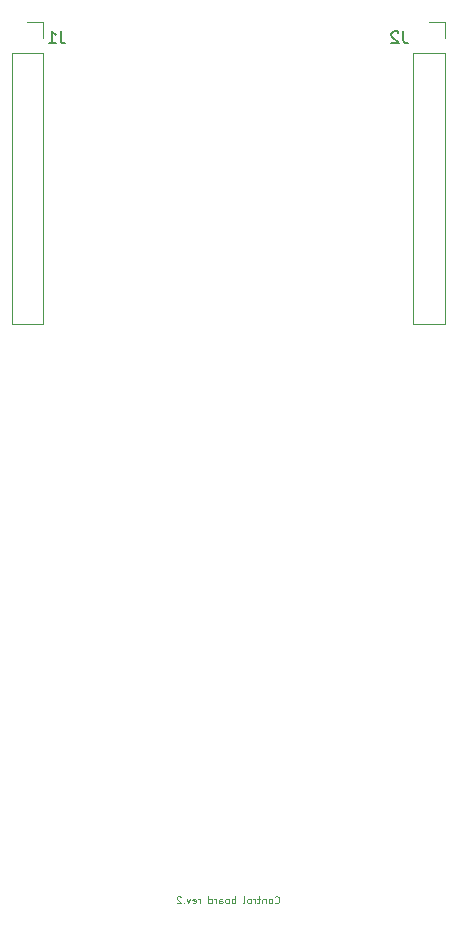
<source format=gbo>
G04 #@! TF.GenerationSoftware,KiCad,Pcbnew,(5.0.2)-1*
G04 #@! TF.CreationDate,2019-04-06T15:29:36+02:00*
G04 #@! TF.ProjectId,Corona_controlBoard,436f726f-6e61-45f6-936f-6e74726f6c42,1*
G04 #@! TF.SameCoordinates,Original*
G04 #@! TF.FileFunction,Legend,Bot*
G04 #@! TF.FilePolarity,Positive*
%FSLAX46Y46*%
G04 Gerber Fmt 4.6, Leading zero omitted, Abs format (unit mm)*
G04 Created by KiCad (PCBNEW (5.0.2)-1) date 6-4-2019 15:29:36*
%MOMM*%
%LPD*%
G01*
G04 APERTURE LIST*
%ADD10C,0.100000*%
%ADD11C,0.120000*%
%ADD12C,0.150000*%
G04 APERTURE END LIST*
D10*
X22971428Y-74714285D02*
X23000000Y-74742857D01*
X23085714Y-74771428D01*
X23142857Y-74771428D01*
X23228571Y-74742857D01*
X23285714Y-74685714D01*
X23314285Y-74628571D01*
X23342857Y-74514285D01*
X23342857Y-74428571D01*
X23314285Y-74314285D01*
X23285714Y-74257142D01*
X23228571Y-74200000D01*
X23142857Y-74171428D01*
X23085714Y-74171428D01*
X23000000Y-74200000D01*
X22971428Y-74228571D01*
X22628571Y-74771428D02*
X22685714Y-74742857D01*
X22714285Y-74714285D01*
X22742857Y-74657142D01*
X22742857Y-74485714D01*
X22714285Y-74428571D01*
X22685714Y-74400000D01*
X22628571Y-74371428D01*
X22542857Y-74371428D01*
X22485714Y-74400000D01*
X22457142Y-74428571D01*
X22428571Y-74485714D01*
X22428571Y-74657142D01*
X22457142Y-74714285D01*
X22485714Y-74742857D01*
X22542857Y-74771428D01*
X22628571Y-74771428D01*
X22171428Y-74371428D02*
X22171428Y-74771428D01*
X22171428Y-74428571D02*
X22142857Y-74400000D01*
X22085714Y-74371428D01*
X22000000Y-74371428D01*
X21942857Y-74400000D01*
X21914285Y-74457142D01*
X21914285Y-74771428D01*
X21714285Y-74371428D02*
X21485714Y-74371428D01*
X21628571Y-74171428D02*
X21628571Y-74685714D01*
X21600000Y-74742857D01*
X21542857Y-74771428D01*
X21485714Y-74771428D01*
X21285714Y-74771428D02*
X21285714Y-74371428D01*
X21285714Y-74485714D02*
X21257142Y-74428571D01*
X21228571Y-74400000D01*
X21171428Y-74371428D01*
X21114285Y-74371428D01*
X20828571Y-74771428D02*
X20885714Y-74742857D01*
X20914285Y-74714285D01*
X20942857Y-74657142D01*
X20942857Y-74485714D01*
X20914285Y-74428571D01*
X20885714Y-74400000D01*
X20828571Y-74371428D01*
X20742857Y-74371428D01*
X20685714Y-74400000D01*
X20657142Y-74428571D01*
X20628571Y-74485714D01*
X20628571Y-74657142D01*
X20657142Y-74714285D01*
X20685714Y-74742857D01*
X20742857Y-74771428D01*
X20828571Y-74771428D01*
X20285714Y-74771428D02*
X20342857Y-74742857D01*
X20371428Y-74685714D01*
X20371428Y-74171428D01*
X19600000Y-74771428D02*
X19600000Y-74171428D01*
X19600000Y-74400000D02*
X19542857Y-74371428D01*
X19428571Y-74371428D01*
X19371428Y-74400000D01*
X19342857Y-74428571D01*
X19314285Y-74485714D01*
X19314285Y-74657142D01*
X19342857Y-74714285D01*
X19371428Y-74742857D01*
X19428571Y-74771428D01*
X19542857Y-74771428D01*
X19600000Y-74742857D01*
X18971428Y-74771428D02*
X19028571Y-74742857D01*
X19057142Y-74714285D01*
X19085714Y-74657142D01*
X19085714Y-74485714D01*
X19057142Y-74428571D01*
X19028571Y-74400000D01*
X18971428Y-74371428D01*
X18885714Y-74371428D01*
X18828571Y-74400000D01*
X18800000Y-74428571D01*
X18771428Y-74485714D01*
X18771428Y-74657142D01*
X18800000Y-74714285D01*
X18828571Y-74742857D01*
X18885714Y-74771428D01*
X18971428Y-74771428D01*
X18257142Y-74771428D02*
X18257142Y-74457142D01*
X18285714Y-74400000D01*
X18342857Y-74371428D01*
X18457142Y-74371428D01*
X18514285Y-74400000D01*
X18257142Y-74742857D02*
X18314285Y-74771428D01*
X18457142Y-74771428D01*
X18514285Y-74742857D01*
X18542857Y-74685714D01*
X18542857Y-74628571D01*
X18514285Y-74571428D01*
X18457142Y-74542857D01*
X18314285Y-74542857D01*
X18257142Y-74514285D01*
X17971428Y-74771428D02*
X17971428Y-74371428D01*
X17971428Y-74485714D02*
X17942857Y-74428571D01*
X17914285Y-74400000D01*
X17857142Y-74371428D01*
X17800000Y-74371428D01*
X17342857Y-74771428D02*
X17342857Y-74171428D01*
X17342857Y-74742857D02*
X17400000Y-74771428D01*
X17514285Y-74771428D01*
X17571428Y-74742857D01*
X17600000Y-74714285D01*
X17628571Y-74657142D01*
X17628571Y-74485714D01*
X17600000Y-74428571D01*
X17571428Y-74400000D01*
X17514285Y-74371428D01*
X17400000Y-74371428D01*
X17342857Y-74400000D01*
X16600000Y-74771428D02*
X16600000Y-74371428D01*
X16600000Y-74485714D02*
X16571428Y-74428571D01*
X16542857Y-74400000D01*
X16485714Y-74371428D01*
X16428571Y-74371428D01*
X16000000Y-74742857D02*
X16057142Y-74771428D01*
X16171428Y-74771428D01*
X16228571Y-74742857D01*
X16257142Y-74685714D01*
X16257142Y-74457142D01*
X16228571Y-74400000D01*
X16171428Y-74371428D01*
X16057142Y-74371428D01*
X16000000Y-74400000D01*
X15971428Y-74457142D01*
X15971428Y-74514285D01*
X16257142Y-74571428D01*
X15771428Y-74371428D02*
X15628571Y-74771428D01*
X15485714Y-74371428D01*
X15257142Y-74714285D02*
X15228571Y-74742857D01*
X15257142Y-74771428D01*
X15285714Y-74742857D01*
X15257142Y-74714285D01*
X15257142Y-74771428D01*
X15000000Y-74228571D02*
X14971428Y-74200000D01*
X14914285Y-74171428D01*
X14771428Y-74171428D01*
X14714285Y-74200000D01*
X14685714Y-74228571D01*
X14657142Y-74285714D01*
X14657142Y-74342857D01*
X14685714Y-74428571D01*
X15028571Y-74771428D01*
X14657142Y-74771428D01*
D11*
G04 #@! TO.C,J1*
X3330000Y-25690000D02*
X670000Y-25690000D01*
X3330000Y-2770000D02*
X3330000Y-25690000D01*
X670000Y-2770000D02*
X670000Y-25690000D01*
X3330000Y-2770000D02*
X670000Y-2770000D01*
X3330000Y-1500000D02*
X3330000Y-170000D01*
X3330000Y-170000D02*
X2000000Y-170000D01*
G04 #@! TO.C,J2*
X37330000Y-25690000D02*
X34670000Y-25690000D01*
X37330000Y-2770000D02*
X37330000Y-25690000D01*
X34670000Y-2770000D02*
X34670000Y-25690000D01*
X37330000Y-2770000D02*
X34670000Y-2770000D01*
X37330000Y-1500000D02*
X37330000Y-170000D01*
X37330000Y-170000D02*
X36000000Y-170000D01*
G04 #@! TO.C,J1*
D12*
X4833333Y-952380D02*
X4833333Y-1666666D01*
X4880952Y-1809523D01*
X4976190Y-1904761D01*
X5119047Y-1952380D01*
X5214285Y-1952380D01*
X3833333Y-1952380D02*
X4404761Y-1952380D01*
X4119047Y-1952380D02*
X4119047Y-952380D01*
X4214285Y-1095238D01*
X4309523Y-1190476D01*
X4404761Y-1238095D01*
G04 #@! TO.C,J2*
X33833333Y-952380D02*
X33833333Y-1666666D01*
X33880952Y-1809523D01*
X33976190Y-1904761D01*
X34119047Y-1952380D01*
X34214285Y-1952380D01*
X33404761Y-1047619D02*
X33357142Y-1000000D01*
X33261904Y-952380D01*
X33023809Y-952380D01*
X32928571Y-1000000D01*
X32880952Y-1047619D01*
X32833333Y-1142857D01*
X32833333Y-1238095D01*
X32880952Y-1380952D01*
X33452380Y-1952380D01*
X32833333Y-1952380D01*
G04 #@! TD*
M02*

</source>
